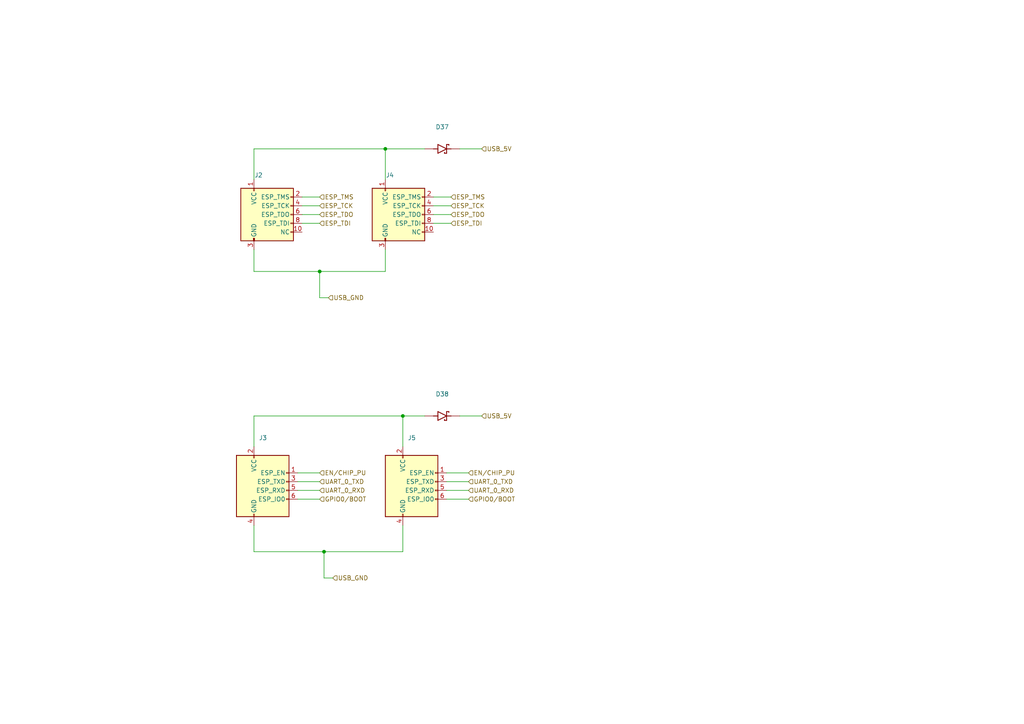
<source format=kicad_sch>
(kicad_sch (version 20211123) (generator eeschema)
  (paper "A4")
  (lib_symbols
    (symbol "MyParts:1N5819HW-7-F" (pin_numbers hide) (pin_names (offset 1.016) hide)
      (property "Reference" "D" (at -5.08 2.54 0))
      (property "Value" "1N5819HW-7-F" (at -5.08 -3.81 0))
      (symbol "1N5819HW-7-F_0_0"
        (polyline (pts (xy -2.54 0) (xy -1.27 0)) (stroke (width 0.254)))
        (polyline (pts (xy -1.27 -1.27) (xy 1.27 0)) (stroke (width 0.254)))
        (polyline (pts (xy -1.27 0) (xy -1.27 -1.27)) (stroke (width 0.254)))
        (polyline (pts (xy -1.27 1.27) (xy -1.27 0)) (stroke (width 0.254)))
        (polyline (pts (xy 0.635 -1.016) (xy 0.635 -1.27)) (stroke (width 0.254)))
        (polyline (pts (xy 1.27 -1.27) (xy 0.635 -1.27)) (stroke (width 0.254)))
        (polyline (pts (xy 1.27 0) (xy -1.27 1.27)) (stroke (width 0.254)))
        (polyline (pts (xy 1.27 0) (xy 1.27 -1.27)) (stroke (width 0.254)))
        (polyline (pts (xy 1.27 1.27) (xy 1.27 0)) (stroke (width 0.254)))
        (polyline (pts (xy 1.905 1.27) (xy 1.27 1.27)) (stroke (width 0.254)))
        (polyline (pts (xy 1.905 1.27) (xy 1.905 1.016)) (stroke (width 0.254)))
        (polyline (pts (xy 2.54 0) (xy 1.27 0)) (stroke (width 0.254)))
        (pin passive line (at -5.08 0 0) (length 2.54) (name "~") (number "A"))
        (pin passive line (at 5.08 0 180) (length 2.54) (name "~") (number "C"))
      )
    )
    (symbol "MyParts:ESP-PROG-1.27" (pin_names (offset 1.016))
      (property "Reference" "J" (at -6.35 11.43 0))
      (property "Value" "ESP-PROG-1.27" (at 0 11.43 0))
      (symbol "ESP-PROG-1.27_0_1"
        (rectangle (start -2.667 -6.858) (end -2.413 -7.62))
        (rectangle (start -2.667 10.16) (end -2.413 9.398))
        (rectangle (start 7.62 -2.413) (end 6.858 -2.667))
        (rectangle (start 7.62 0.127) (end 6.858 -0.127))
        (rectangle (start 7.62 2.667) (end 6.858 2.413))
        (rectangle (start 7.62 5.207) (end 6.858 4.953))
        (rectangle (start 7.62 10.16) (end -7.62 -7.62) (stroke (width 0.254)) (fill (type background)))
      )
      (symbol "ESP-PROG-1.27_1_1"
        (pin passive line (at 10.16 5.08 180) (length 2.54) (name "ESP_EN") (number "1"))
        (pin passive line (at -2.54 12.7 270) (length 2.54) (name "VCC") (number "2"))
        (pin passive line (at 10.16 2.54 180) (length 2.54) (name "ESP_TXD") (number "3"))
        (pin passive line (at -2.54 -10.16 90) (length 2.54) (name "GND") (number "4"))
        (pin passive line (at 10.16 0 180) (length 2.54) (name "ESP_RXD") (number "5"))
        (pin passive line (at 10.16 -2.54 180) (length 2.54) (name "ESP_IO0") (number "6"))
      )
    )
    (symbol "MyParts:ESP-PROG-JTAG-1.27" (pin_names (offset 1.016))
      (property "Reference" "J" (at 0 13.97 0))
      (property "Value" "ESP-PROG-JTAG-1.27" (at -1.27 11.43 0))
      (symbol "ESP-PROG-JTAG-1.27_0_1"
        (rectangle (start -5.08 10.16) (end 10.16 -5.08) (stroke (width 0.254)) (fill (type background)))
        (rectangle (start -1.397 -4.318) (end -1.143 -5.08))
        (rectangle (start -1.397 10.16) (end -1.143 9.398))
        (rectangle (start -1.3913 -4.324) (end -1.1373 -5.086))
        (rectangle (start -1.143 -5.08) (end -1.397 -4.318))
        (rectangle (start -1.1373 -5.086) (end -1.3913 -4.324))
        (rectangle (start 10.16 -2.413) (end 9.398 -2.667))
        (rectangle (start 10.16 0.127) (end 9.398 -0.127))
        (rectangle (start 10.16 2.667) (end 9.398 2.413))
        (rectangle (start 10.16 5.207) (end 9.398 4.953))
        (rectangle (start 10.16 7.747) (end 9.398 7.493))
      )
      (symbol "ESP-PROG-JTAG-1.27_1_1"
        (pin passive line (at -1.27 12.7 270) (length 2.54) (name "VCC") (number "1"))
        (pin passive line (at 12.7 -2.54 180) (length 2.54) (name "NC") (number "10"))
        (pin passive line (at 12.7 7.62 180) (length 2.54) (name "ESP_TMS") (number "2"))
        (pin passive line (at -1.27 -7.62 90) (length 2.54) (name "GND") (number "3"))
        (pin passive line (at 12.7 5.08 180) (length 2.54) (name "ESP_TCK") (number "4"))
        (pin passive line (at -1.27 -7.62 90) (length 2.54) hide (name "GND") (number "5"))
        (pin passive line (at 12.7 2.54 180) (length 2.54) (name "ESP_TDO") (number "6"))
        (pin passive line (at -1.27 -7.62 90) (length 2.54) hide (name "GND") (number "7"))
        (pin passive line (at 12.7 0 180) (length 2.54) (name "ESP_TDI") (number "8"))
        (pin passive line (at -1.27 -7.62 90) (length 2.54) hide (name "GND") (number "9"))
      )
    )
  )
  (junction (at 93.98 160.02))
  (junction (at 92.71 78.74))
  (junction (at 111.76 43.18))
  (junction (at 116.84 120.65))
  (wire (pts (xy 111.76 72.39) (xy 111.76 78.74)))
  (wire (pts (xy 133.35 43.18) (xy 139.7 43.18)))
  (wire (pts (xy 92.71 78.74) (xy 111.76 78.74)))
  (wire (pts (xy 73.66 120.65) (xy 73.66 129.54)))
  (wire (pts (xy 86.36 142.24) (xy 92.71 142.24)))
  (wire (pts (xy 73.66 160.02) (xy 93.98 160.02)))
  (wire (pts (xy 86.36 137.16) (xy 92.71 137.16)))
  (wire (pts (xy 133.35 120.65) (xy 139.7 120.65)))
  (wire (pts (xy 87.63 57.15) (xy 92.71 57.15)))
  (wire (pts (xy 73.66 72.39) (xy 73.66 78.74)))
  (wire (pts (xy 111.76 43.18) (xy 123.19 43.18)))
  (wire (pts (xy 125.73 64.77) (xy 130.81 64.77)))
  (wire (pts (xy 116.84 120.65) (xy 116.84 129.54)))
  (wire (pts (xy 129.54 142.24) (xy 135.89 142.24)))
  (wire (pts (xy 129.54 139.7) (xy 135.89 139.7)))
  (wire (pts (xy 93.98 160.02) (xy 116.84 160.02)))
  (wire (pts (xy 73.66 78.74) (xy 92.71 78.74)))
  (wire (pts (xy 92.71 86.36) (xy 92.71 78.74)))
  (wire (pts (xy 125.73 62.23) (xy 130.81 62.23)))
  (wire (pts (xy 111.76 43.18) (xy 111.76 52.07)))
  (wire (pts (xy 116.84 152.4) (xy 116.84 160.02)))
  (wire (pts (xy 87.63 62.23) (xy 92.71 62.23)))
  (wire (pts (xy 116.84 120.65) (xy 123.19 120.65)))
  (wire (pts (xy 125.73 59.69) (xy 130.81 59.69)))
  (wire (pts (xy 96.52 167.64) (xy 93.98 167.64)))
  (wire (pts (xy 86.36 144.78) (xy 92.71 144.78)))
  (wire (pts (xy 125.73 57.15) (xy 130.81 57.15)))
  (wire (pts (xy 73.66 120.65) (xy 116.84 120.65)))
  (wire (pts (xy 73.66 43.18) (xy 73.66 52.07)))
  (wire (pts (xy 129.54 137.16) (xy 135.89 137.16)))
  (wire (pts (xy 87.63 64.77) (xy 92.71 64.77)))
  (wire (pts (xy 73.66 152.4) (xy 73.66 160.02)))
  (wire (pts (xy 87.63 59.69) (xy 92.71 59.69)))
  (wire (pts (xy 93.98 167.64) (xy 93.98 160.02)))
  (wire (pts (xy 73.66 43.18) (xy 111.76 43.18)))
  (wire (pts (xy 95.25 86.36) (xy 92.71 86.36)))
  (wire (pts (xy 86.36 139.7) (xy 92.71 139.7)))
  (wire (pts (xy 129.54 144.78) (xy 135.89 144.78)))
  (hierarchical_label "UART_0_TXD" (shape input) (at 135.89 139.7 0))
  (hierarchical_label "UART_0_RXD" (shape input) (at 135.89 142.24 0))
  (hierarchical_label "USB_5V" (shape input) (at 139.7 120.65 0))
  (hierarchical_label "ESP_TDI" (shape input) (at 92.71 64.77 0))
  (hierarchical_label "EN{slash}CHIP_PU" (shape input) (at 92.71 137.16 0))
  (hierarchical_label "GPIO0{slash}BOOT" (shape input) (at 135.89 144.78 0))
  (hierarchical_label "ESP_TMS" (shape input) (at 130.81 57.15 0))
  (hierarchical_label "ESP_TDO" (shape input) (at 130.81 62.23 0))
  (hierarchical_label "USB_GND" (shape input) (at 95.25 86.36 0))
  (hierarchical_label "GPIO0{slash}BOOT" (shape input) (at 92.71 144.78 0))
  (hierarchical_label "EN{slash}CHIP_PU" (shape input) (at 135.89 137.16 0))
  (hierarchical_label "USB_5V" (shape input) (at 139.7 43.18 0))
  (hierarchical_label "ESP_TCK" (shape input) (at 92.71 59.69 0))
  (hierarchical_label "ESP_TDO" (shape input) (at 92.71 62.23 0))
  (hierarchical_label "USB_GND" (shape input) (at 96.52 167.64 0))
  (hierarchical_label "ESP_TMS" (shape input) (at 92.71 57.15 0))
  (hierarchical_label "UART_0_RXD" (shape input) (at 92.71 142.24 0))
  (hierarchical_label "UART_0_TXD" (shape input) (at 92.71 139.7 0))
  (hierarchical_label "ESP_TCK" (shape input) (at 130.81 59.69 0))
  (hierarchical_label "ESP_TDI" (shape input) (at 130.81 64.77 0))
  (symbol (lib_id "MyParts:ESP-PROG-1.27") (at 76.2 142.24 0) (unit 1)
    (property "Reference" "J3" (at 77.47 127 0) (effects (justify right)))
    (property "Datasheet" " ~" (effects hide))
  )
  (symbol (lib_id "MyParts:1N5819HW-7-F") (at 128.27 120.65 0) (unit 1)
    (property "Reference" "D38" (at 128.27 114.3 0))
    (property "MANUFACTURER" "Diodes Inc." (effects hide))
    (property "PARTREV" "18-2" (effects hide))
    (property "STANDARD" "IPC-7351B" (effects hide))
  )
  (symbol (lib_id "MyParts:1N5819HW-7-F") (at 128.27 43.18 0) (unit 1)
    (property "Reference" "D37" (at 128.27 36.83 0))
    (property "MANUFACTURER" "Diodes Inc." (effects hide))
    (property "PARTREV" "18-2" (effects hide))
    (property "STANDARD" "IPC-7351B" (effects hide))
  )
  (symbol (lib_id "MyParts:ESP-PROG-JTAG-1.27") (at 113.03 64.77 0) (unit 1)
    (property "Reference" "J4" (at 114.3 50.8 0) (effects (justify right)))
    (property "Datasheet" " ~" (effects hide))
  )
  (symbol (lib_id "MyParts:ESP-PROG-JTAG-1.27") (at 74.93 64.77 0) (unit 1)
    (property "Reference" "J2" (at 76.2 50.8 0) (effects (justify right)))
    (property "Datasheet" " ~" (effects hide))
  )
  (symbol (lib_id "MyParts:ESP-PROG-1.27") (at 119.38 142.24 0) (unit 1)
    (property "Reference" "J5" (at 120.65 127 0) (effects (justify right)))
    (property "Datasheet" " ~" (effects hide))
  )
)
</source>
